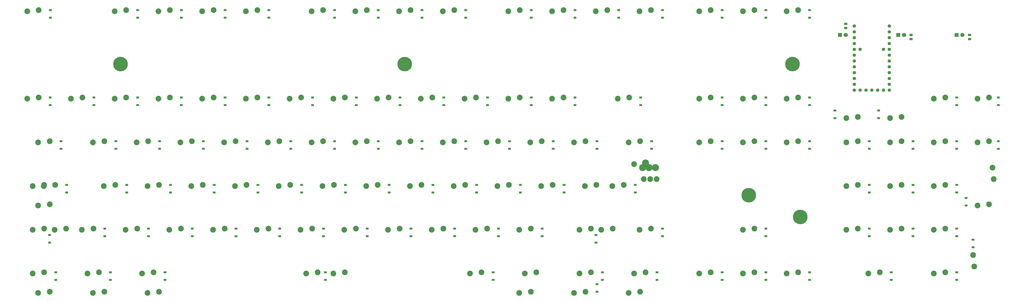
<source format=gbs>
%TF.GenerationSoftware,KiCad,Pcbnew,(6.0.10)*%
%TF.CreationDate,2023-01-23T12:02:21-06:00*%
%TF.ProjectId,AT101W,41543130-3157-42e6-9b69-6361645f7063,rev?*%
%TF.SameCoordinates,Original*%
%TF.FileFunction,Soldermask,Bot*%
%TF.FilePolarity,Negative*%
%FSLAX46Y46*%
G04 Gerber Fmt 4.6, Leading zero omitted, Abs format (unit mm)*
G04 Created by KiCad (PCBNEW (6.0.10)) date 2023-01-23 12:02:21*
%MOMM*%
%LPD*%
G01*
G04 APERTURE LIST*
G04 Aperture macros list*
%AMRoundRect*
0 Rectangle with rounded corners*
0 $1 Rounding radius*
0 $2 $3 $4 $5 $6 $7 $8 $9 X,Y pos of 4 corners*
0 Add a 4 corners polygon primitive as box body*
4,1,4,$2,$3,$4,$5,$6,$7,$8,$9,$2,$3,0*
0 Add four circle primitives for the rounded corners*
1,1,$1+$1,$2,$3*
1,1,$1+$1,$4,$5*
1,1,$1+$1,$6,$7*
1,1,$1+$1,$8,$9*
0 Add four rect primitives between the rounded corners*
20,1,$1+$1,$2,$3,$4,$5,0*
20,1,$1+$1,$4,$5,$6,$7,0*
20,1,$1+$1,$6,$7,$8,$9,0*
20,1,$1+$1,$8,$9,$2,$3,0*%
G04 Aperture macros list end*
%ADD10R,1.800000X1.800000*%
%ADD11C,1.800000*%
%ADD12C,2.500000*%
%ADD13C,3.048000*%
%ADD14C,6.350000*%
%ADD15C,1.450000*%
%ADD16RoundRect,0.250000X-0.450000X0.262500X-0.450000X-0.262500X0.450000X-0.262500X0.450000X0.262500X0*%
%ADD17RoundRect,0.250000X0.450000X-0.262500X0.450000X0.262500X-0.450000X0.262500X-0.450000X-0.262500X0*%
%ADD18R,1.200000X0.900000*%
G04 APERTURE END LIST*
D10*
X370482813Y-25400000D03*
D11*
X373022813Y-25400000D03*
D10*
X395882813Y-25400000D03*
D11*
X398422813Y-25400000D03*
D10*
X421282813Y-25400000D03*
D11*
X423822813Y-25400000D03*
D12*
X18931250Y-129350000D03*
X23931250Y-128850000D03*
X42743750Y-129350000D03*
X47743750Y-128850000D03*
X16550000Y-15050000D03*
X21550000Y-14550000D03*
X54650000Y-15050000D03*
X59650000Y-14550000D03*
X73700000Y-15050000D03*
X78700000Y-14550000D03*
X92750000Y-15050000D03*
X97750000Y-14550000D03*
X111800000Y-15050000D03*
X116800000Y-14550000D03*
X140375000Y-15050000D03*
X145375000Y-14550000D03*
X159425000Y-15050000D03*
X164425000Y-14550000D03*
X178475000Y-15050000D03*
X183475000Y-14550000D03*
X197525000Y-15050000D03*
X202525000Y-14550000D03*
X226100000Y-15050000D03*
X231100000Y-14550000D03*
X245150000Y-15050000D03*
X250150000Y-14550000D03*
X264200000Y-15050000D03*
X269200000Y-14550000D03*
X283250000Y-15050000D03*
X288250000Y-14550000D03*
X309245313Y-15050000D03*
X314245313Y-14550000D03*
X328295313Y-15050000D03*
X333295313Y-14550000D03*
X347345313Y-15050000D03*
X352345313Y-14550000D03*
X66556250Y-129350000D03*
X71556250Y-128850000D03*
X137993750Y-129350000D03*
X142993750Y-128850000D03*
X16550000Y-53150000D03*
X21550000Y-52650000D03*
X35600000Y-53150000D03*
X40600000Y-52650000D03*
X54650000Y-53150000D03*
X59650000Y-52650000D03*
X73700000Y-53150000D03*
X78700000Y-52650000D03*
X92750000Y-53150000D03*
X97750000Y-52650000D03*
X111800000Y-53150000D03*
X116800000Y-52650000D03*
X130850000Y-53150000D03*
X135850000Y-52650000D03*
X149900000Y-53150000D03*
X154900000Y-52650000D03*
X168950000Y-53150000D03*
X173950000Y-52650000D03*
X188000000Y-53150000D03*
X193000000Y-52650000D03*
X207050000Y-53150000D03*
X212050000Y-52650000D03*
X226100000Y-53150000D03*
X231100000Y-52650000D03*
X245150000Y-53150000D03*
X250150000Y-52650000D03*
X273725000Y-53150000D03*
X278725000Y-52650000D03*
X309245313Y-53150000D03*
X314245313Y-52650000D03*
X328295313Y-53150000D03*
X333295313Y-52650000D03*
X347345313Y-53150000D03*
X352345313Y-52650000D03*
X378340625Y-61150000D03*
X373340625Y-61650000D03*
X397390625Y-61150000D03*
X392390625Y-61650000D03*
X411440625Y-53150000D03*
X416440625Y-52650000D03*
X430490625Y-53150000D03*
X435490625Y-52650000D03*
X21312500Y-72200000D03*
X26312500Y-71700000D03*
X45125000Y-72200000D03*
X50125000Y-71700000D03*
X64175000Y-72200000D03*
X69175000Y-71700000D03*
X83225000Y-72200000D03*
X88225000Y-71700000D03*
X102275000Y-72200000D03*
X107275000Y-71700000D03*
X121325000Y-72200000D03*
X126325000Y-71700000D03*
X140375000Y-72200000D03*
X145375000Y-71700000D03*
X159425000Y-72200000D03*
X164425000Y-71700000D03*
X178475000Y-72200000D03*
X183475000Y-71700000D03*
X197525000Y-72200000D03*
X202525000Y-71700000D03*
X216575000Y-72200000D03*
X221575000Y-71700000D03*
X235625000Y-72200000D03*
X240625000Y-71700000D03*
X254675000Y-72200000D03*
X259675000Y-71700000D03*
X278487500Y-72200000D03*
X283487500Y-71700000D03*
X309245313Y-72200000D03*
X314245313Y-71700000D03*
X328295313Y-72200000D03*
X333295313Y-71700000D03*
X347345313Y-72200000D03*
X352345313Y-71700000D03*
X373340625Y-72200000D03*
X378340625Y-71700000D03*
X392390625Y-72200000D03*
X397390625Y-71700000D03*
X411440625Y-72200000D03*
X416440625Y-71700000D03*
X430490625Y-72200000D03*
X435490625Y-71700000D03*
X23693750Y-91250000D03*
X28693750Y-90750000D03*
X49887500Y-91250000D03*
X54887500Y-90750000D03*
X68937500Y-91250000D03*
X73937500Y-90750000D03*
X87987500Y-91250000D03*
X92987500Y-90750000D03*
X107037500Y-91250000D03*
X112037500Y-90750000D03*
X126087500Y-91250000D03*
X131087500Y-90750000D03*
X145137500Y-91250000D03*
X150137500Y-90750000D03*
X164187500Y-91250000D03*
X169187500Y-90750000D03*
X183237500Y-91250000D03*
X188237500Y-90750000D03*
X202287500Y-91250000D03*
X207287500Y-90750000D03*
X221337500Y-91250000D03*
X226337500Y-90750000D03*
X240387500Y-91250000D03*
X245387500Y-90750000D03*
X271343750Y-91250000D03*
X276343750Y-90750000D03*
X392390625Y-91250000D03*
X397390625Y-90750000D03*
X411440625Y-91250000D03*
X416440625Y-90750000D03*
X435490625Y-99250000D03*
X430490625Y-99750000D03*
X28456250Y-110300000D03*
X33456250Y-109800000D03*
X59412500Y-110300000D03*
X64412500Y-109800000D03*
X78462500Y-110300000D03*
X83462500Y-109800000D03*
X97512500Y-110300000D03*
X102512500Y-109800000D03*
X116562500Y-110300000D03*
X121562500Y-109800000D03*
X135612500Y-110300000D03*
X140612500Y-109800000D03*
X154662500Y-110300000D03*
X159662500Y-109800000D03*
X173712500Y-110300000D03*
X178712500Y-109800000D03*
X192762500Y-110300000D03*
X197762500Y-109800000D03*
X211812500Y-110300000D03*
X216812500Y-109800000D03*
X230862500Y-110300000D03*
X235862500Y-109800000D03*
X257056250Y-110300000D03*
X262056250Y-109800000D03*
X283250000Y-110300000D03*
X288250000Y-109800000D03*
X328295313Y-110300000D03*
X333295313Y-109800000D03*
X392390625Y-110300000D03*
X397390625Y-109800000D03*
X411440625Y-110300000D03*
X416440625Y-109800000D03*
X428990625Y-126325000D03*
X428490625Y-121325000D03*
X26312500Y-137350000D03*
X21312500Y-137850000D03*
X50125000Y-137350000D03*
X45125000Y-137850000D03*
X73937500Y-137350000D03*
X68937500Y-137850000D03*
X149900000Y-129350000D03*
X154900000Y-128850000D03*
X209431250Y-129350000D03*
X214431250Y-128850000D03*
X233243750Y-129350000D03*
X238243750Y-128850000D03*
X257056250Y-129350000D03*
X262056250Y-128850000D03*
X280868750Y-129350000D03*
X285868750Y-128850000D03*
X309245313Y-129350000D03*
X314245313Y-128850000D03*
X328295313Y-129350000D03*
X333295313Y-128850000D03*
X347345313Y-129350000D03*
X352345313Y-128850000D03*
X382865625Y-129350000D03*
X387865625Y-128850000D03*
X411440625Y-129350000D03*
X416440625Y-128850000D03*
X436990625Y-83225000D03*
X437490625Y-88225000D03*
X266581250Y-110300000D03*
X271581250Y-109800000D03*
X235862500Y-137350000D03*
X230862500Y-137850000D03*
X259675000Y-137350000D03*
X254675000Y-137850000D03*
X283487500Y-137350000D03*
X278487500Y-137850000D03*
D13*
X287368750Y-83225000D03*
D12*
X287868750Y-88225000D03*
X259437500Y-91250000D03*
X264437500Y-90750000D03*
X40362500Y-110300000D03*
X45362500Y-109800000D03*
X18931250Y-110300000D03*
X23931250Y-109800000D03*
X280868750Y-81725000D03*
D13*
X285868750Y-81225000D03*
X290146875Y-83225000D03*
D12*
X290646875Y-88225000D03*
D13*
X284590625Y-83225000D03*
D12*
X285090625Y-88225000D03*
X26312500Y-99250000D03*
X21312500Y-99750000D03*
D14*
X57150000Y-38100000D03*
X180975000Y-38100000D03*
X349845313Y-38100000D03*
X330795313Y-95250000D03*
X353218750Y-104775000D03*
D12*
X373340625Y-91250000D03*
X378340625Y-90750000D03*
X373340625Y-110300000D03*
X378340625Y-109800000D03*
D15*
X376753438Y-21550313D03*
X376753438Y-24090313D03*
X376753438Y-26630313D03*
X376753438Y-29170313D03*
X376753438Y-31710313D03*
X376753438Y-34250313D03*
X376753438Y-36790313D03*
X376753438Y-39330313D03*
X376753438Y-41870313D03*
X376753438Y-44410313D03*
X376753438Y-46950313D03*
X376753438Y-49490313D03*
X379293438Y-49490313D03*
X381833438Y-49490313D03*
X384373438Y-49490313D03*
X386913438Y-49490313D03*
X389453438Y-49490313D03*
X391993438Y-49490313D03*
X391993438Y-46950313D03*
X391993438Y-44410313D03*
X391993438Y-41870313D03*
X391993438Y-39330313D03*
X391993438Y-36790313D03*
X391993438Y-34250313D03*
X391993438Y-31710313D03*
X391993438Y-29170313D03*
X391993438Y-26630313D03*
X391993438Y-24090313D03*
X391993438Y-21550313D03*
X389453438Y-31710313D03*
X379293438Y-31710313D03*
D12*
X18931250Y-91250000D03*
X23931250Y-90750000D03*
D16*
X373025000Y-20537500D03*
X373025000Y-22362500D03*
D17*
X401500000Y-27212500D03*
X401500000Y-25387500D03*
X427000000Y-27212500D03*
X427000000Y-25387500D03*
D18*
X26600000Y-17850000D03*
X26600000Y-14550000D03*
X64650000Y-17850000D03*
X64650000Y-14550000D03*
X83700000Y-17850000D03*
X83700000Y-14550000D03*
X102750000Y-17850000D03*
X102750000Y-14550000D03*
X121800000Y-17850000D03*
X121800000Y-14550000D03*
X150400000Y-17850000D03*
X150400000Y-14550000D03*
X169400000Y-17850000D03*
X169400000Y-14550000D03*
X188450000Y-17850000D03*
X188450000Y-14550000D03*
X207500000Y-17850000D03*
X207500000Y-14550000D03*
X236100000Y-17850000D03*
X236100000Y-14550000D03*
X255150000Y-17850000D03*
X255150000Y-14550000D03*
X274200000Y-17850000D03*
X274200000Y-14550000D03*
X293250000Y-17850000D03*
X293250000Y-14550000D03*
X319250000Y-17850000D03*
X319250000Y-14550000D03*
X338300000Y-17850000D03*
X338300000Y-14550000D03*
X357350000Y-17850000D03*
X357350000Y-14550000D03*
X26550000Y-55950000D03*
X26550000Y-52650000D03*
X45600000Y-55950000D03*
X45600000Y-52650000D03*
X64650000Y-55950000D03*
X64650000Y-52650000D03*
X83700000Y-55950000D03*
X83700000Y-52650000D03*
X102750000Y-55950000D03*
X102750000Y-52650000D03*
X121800000Y-55950000D03*
X121800000Y-52650000D03*
X140850000Y-55950000D03*
X140850000Y-52650000D03*
X159900000Y-55950000D03*
X159900000Y-52650000D03*
X178950000Y-55950000D03*
X178950000Y-52650000D03*
X198000000Y-55950000D03*
X198000000Y-52650000D03*
X217050000Y-55950000D03*
X217050000Y-52650000D03*
X236100000Y-55950000D03*
X236100000Y-52650000D03*
X255150000Y-55950000D03*
X255150000Y-52650000D03*
X283750000Y-55950000D03*
X283750000Y-52650000D03*
X319250000Y-55950000D03*
X319250000Y-52650000D03*
X338300000Y-55950000D03*
X338300000Y-52650000D03*
X357350000Y-55950000D03*
X357350000Y-52650000D03*
X368350000Y-58350000D03*
X368350000Y-61650000D03*
X387400000Y-58350000D03*
X387400000Y-61650000D03*
X421450000Y-55950000D03*
X421450000Y-52650000D03*
X439500000Y-55950000D03*
X439500000Y-52650000D03*
X31300000Y-75000000D03*
X31300000Y-71700000D03*
X55100000Y-75000000D03*
X55100000Y-71700000D03*
X74150000Y-75000000D03*
X74150000Y-71700000D03*
X93250000Y-75000000D03*
X93250000Y-71700000D03*
X112300000Y-75000000D03*
X112300000Y-71700000D03*
X131350000Y-75000000D03*
X131350000Y-71700000D03*
X150350000Y-75000000D03*
X150350000Y-71700000D03*
X169400000Y-75000000D03*
X169400000Y-71700000D03*
X188450000Y-75000000D03*
X188450000Y-71700000D03*
X207550000Y-75000000D03*
X207550000Y-71700000D03*
X226600000Y-75000000D03*
X226600000Y-71700000D03*
X245600000Y-75000000D03*
X245600000Y-71700000D03*
X264650000Y-75000000D03*
X264650000Y-71700000D03*
X288500000Y-75000000D03*
X288500000Y-71700000D03*
X319250000Y-75000000D03*
X319250000Y-71700000D03*
X338300000Y-75000000D03*
X338300000Y-71700000D03*
X357350000Y-75000000D03*
X357350000Y-71700000D03*
X383350000Y-75000000D03*
X383350000Y-71700000D03*
X402400000Y-75000000D03*
X402400000Y-71700000D03*
X421450000Y-75000000D03*
X421450000Y-71700000D03*
X439500000Y-75000000D03*
X439500000Y-71700000D03*
X33700000Y-94050000D03*
X33700000Y-90750000D03*
X59900000Y-94050000D03*
X59900000Y-90750000D03*
X78950000Y-94050000D03*
X78950000Y-90750000D03*
X98000000Y-94050000D03*
X98000000Y-90750000D03*
X117050000Y-94050000D03*
X117050000Y-90750000D03*
X136100000Y-94050000D03*
X136100000Y-90750000D03*
X155150000Y-94050000D03*
X155150000Y-90750000D03*
X174200000Y-94050000D03*
X174200000Y-90750000D03*
X193250000Y-94050000D03*
X193250000Y-90750000D03*
X212300000Y-94050000D03*
X212300000Y-90750000D03*
X231350000Y-94050000D03*
X231350000Y-90750000D03*
X250400000Y-94050000D03*
X250400000Y-90750000D03*
X281350000Y-94050000D03*
X281350000Y-90750000D03*
X383350000Y-94050000D03*
X383350000Y-90750000D03*
X402400000Y-94050000D03*
X402400000Y-90750000D03*
X421450000Y-94050000D03*
X421450000Y-90750000D03*
X425500000Y-96450000D03*
X425500000Y-99750000D03*
X26250000Y-115950000D03*
X26250000Y-112650000D03*
X69400000Y-113100000D03*
X69400000Y-109800000D03*
X88450000Y-113100000D03*
X88450000Y-109800000D03*
X107500000Y-113100000D03*
X107500000Y-109800000D03*
X126550000Y-113100000D03*
X126550000Y-109800000D03*
X145600000Y-113100000D03*
X145600000Y-109800000D03*
X164650000Y-113100000D03*
X164650000Y-109800000D03*
X183700000Y-113100000D03*
X183700000Y-109800000D03*
X202750000Y-113100000D03*
X202750000Y-109800000D03*
X221800000Y-113100000D03*
X221800000Y-109800000D03*
X240850000Y-113100000D03*
X240850000Y-109800000D03*
X264250000Y-115950000D03*
X264250000Y-112650000D03*
X293250000Y-113100000D03*
X293250000Y-109800000D03*
X338300000Y-113100000D03*
X338300000Y-109800000D03*
X383350000Y-113100000D03*
X383350000Y-109800000D03*
X402400000Y-113100000D03*
X402400000Y-109800000D03*
X421450000Y-113100000D03*
X421450000Y-109800000D03*
X428500000Y-114650000D03*
X428500000Y-117950000D03*
X28950000Y-132150000D03*
X28950000Y-128850000D03*
X52750000Y-132150000D03*
X52750000Y-128850000D03*
X76550000Y-132150000D03*
X76550000Y-128850000D03*
X146450000Y-132150000D03*
X146450000Y-128850000D03*
X219450000Y-132150000D03*
X219450000Y-128850000D03*
X264650000Y-134050000D03*
X264650000Y-137350000D03*
X267050000Y-132150000D03*
X267050000Y-128850000D03*
X290850000Y-132150000D03*
X290850000Y-128850000D03*
X319250000Y-132150000D03*
X319250000Y-128850000D03*
X338300000Y-132150000D03*
X338300000Y-128850000D03*
X357350000Y-132150000D03*
X357350000Y-128850000D03*
X392850000Y-132150000D03*
X392850000Y-128850000D03*
X421450000Y-132150000D03*
X421450000Y-128850000D03*
X50350000Y-113100000D03*
X50350000Y-109800000D03*
M02*

</source>
